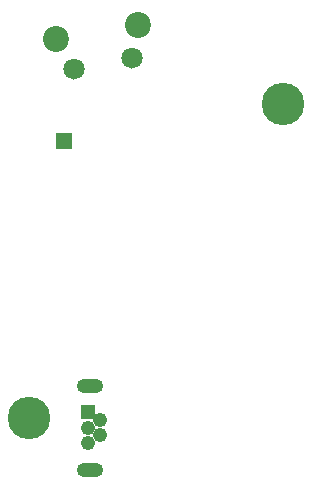
<source format=gbr>
G04 #@! TF.FileFunction,Soldermask,Bot*
%FSLAX46Y46*%
G04 Gerber Fmt 4.6, Leading zero omitted, Abs format (unit mm)*
G04 Created by KiCad (PCBNEW 4.0.6+dfsg1-1) date Sat Jan 27 12:23:12 2018*
%MOMM*%
%LPD*%
G01*
G04 APERTURE LIST*
%ADD10C,0.100000*%
%ADD11C,1.808000*%
%ADD12C,2.200000*%
%ADD13C,3.600000*%
%ADD14R,1.240000X1.240000*%
%ADD15C,1.240000*%
%ADD16O,2.250000X1.250000*%
%ADD17R,1.400000X1.400000*%
G04 APERTURE END LIST*
D10*
D11*
X159430869Y-47524860D03*
X154506831Y-48393101D03*
D12*
X159946827Y-44692231D03*
X153053173Y-45907769D03*
D13*
X150700000Y-78000000D03*
X172200000Y-51400000D03*
D14*
X155700000Y-77500000D03*
D15*
X156700000Y-78150000D03*
X155700000Y-78800000D03*
X156700000Y-79450000D03*
X155700000Y-80100000D03*
D16*
X155920000Y-75225000D03*
X155920000Y-82375000D03*
D17*
X153700000Y-54500000D03*
M02*

</source>
